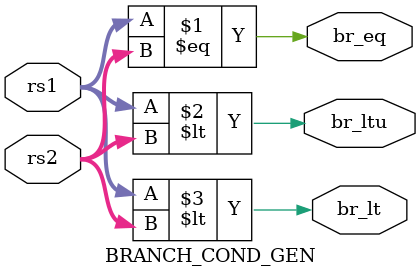
<source format=v>
`timescale 1ns / 1ps


module BRANCH_COND_GEN(
    input [31:0] rs1,
    input [31:0] rs2,
    output br_eq,
    output br_lt,
    output br_ltu
    );
    
//    always @(rs1, rs2) 
//    begin
//        if (rs1 == rs2)
//        begin   
//            br_eq = 1;
//            br_lt = 0;
//            br_ltu = 0;
//        end
//        else if (rs1 < rs2)
//        begin   
//            br_eq = 0;
//            br_lt = 0;
//            br_ltu = 1;
//        end    
//        else if ($signed(rs1) < $signed(rs2))
//        begin
//            br_eq = 0;
//            br_lt = 1;
//            br_ltu = 0;
//        end
//    end


    assign br_eq = (rs1 == rs2);
    assign br_ltu = (rs1 < rs2);
    assign br_lt = ($signed(rs1) < $signed(rs2));
    
    
     
endmodule

</source>
